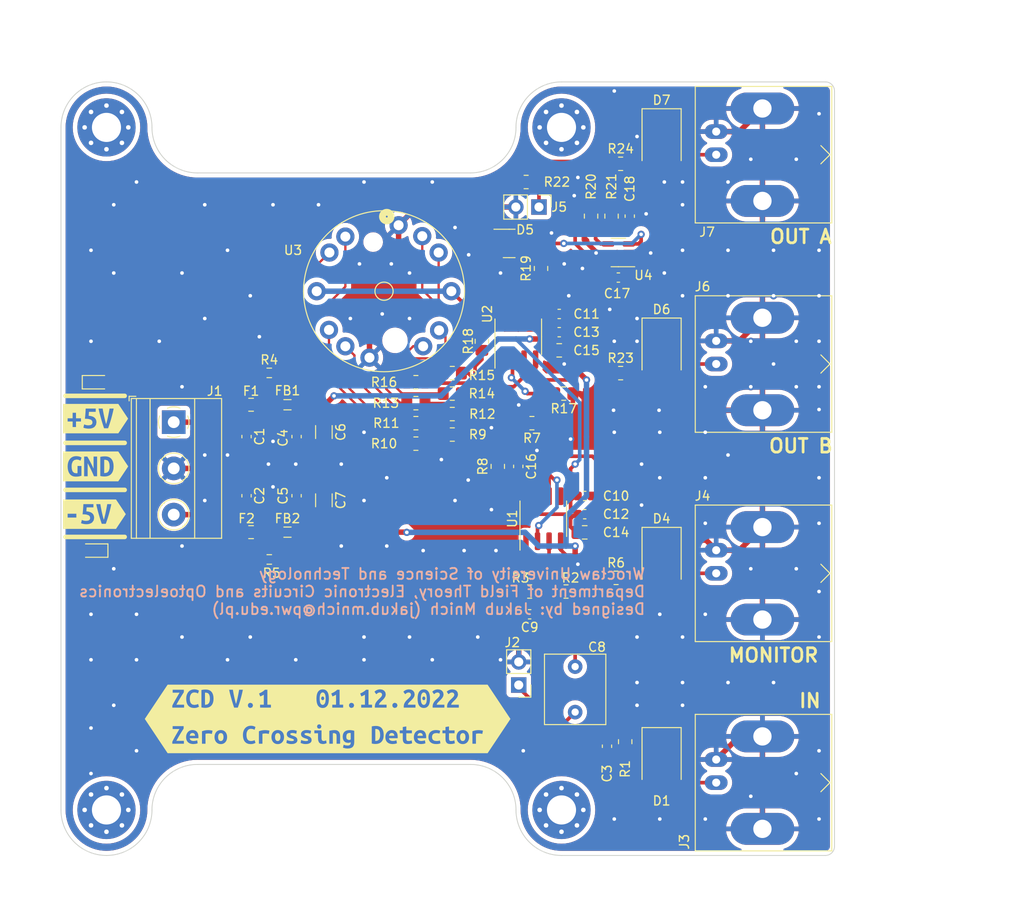
<source format=kicad_pcb>
(kicad_pcb (version 20211014) (generator pcbnew)
  (layers (0 "F.Cu" signal) (31 "B.Cu" signal) (34 "B.Paste" user) (35 "F.Paste" user) (36 "B.SilkS" user "B.Silkscreen") (37 "F.SilkS" user "F.Silkscreen") (38 "B.Mask" user) (39 "F.Mask" user) (44 "Edge.Cuts" user))
  (net 0 "")
  (net 1 "Net-(C1-Pad1)")
  (net 2 "GND")
  (net 3 "Net-(C2-Pad2)")
  (net 4 "Net-(C3-Pad1)")
  (net 5 "+5V")
  (net 6 "-5V")
  (net 7 "Net-(C8-Pad2)")
  (net 8 "Net-(C9-Pad1)")
  (net 9 "Net-(C16-Pad1)")
  (net 10 "Net-(C18-Pad1)")
  (net 11 "Net-(D2-Pad2)")
  (net 12 "Net-(D3-Pad1)")
  (net 13 "Net-(D4-Pad2)")
  (net 14 "Net-(D6-Pad2)")
  (net 15 "Net-(D7-Pad2)")
  (net 16 "Net-(F1-Pad2)")
  (net 17 "Net-(F2-Pad1)")
  (net 18 "Net-(J5-Pad1)")
  (net 19 "Net-(R6-Pad1)")
  (net 20 "Net-(R9-Pad2)")
  (net 22 "Net-(D5-Pad3)")
  (net 23 "Net-(U3-PadB)")
  (net 24 "Net-(U3-PadC)")
  (net 25 "Net-(U3-PadD)")
  (net 26 "Net-(U3-PadE)")
  (net 27 "Net-(U3-PadF)")
  (net 28 "Net-(R17-Pad2)")
  (net 29 "Net-(U3-PadG)")
  (net 30 "Net-(R22-Pad1)")
  (net 35 "Net-(U3-PadH)")
  (net 36 "Net-(R19-Pad1)")
  (footprint "Resistor_SMD:R_0805_2012Metric_Pad1.20x1.40mm_HandSolder" (layer "F.Cu") (at 140.7 87 180)
    (fp_text reference "R16")
    (fp_text value "10k 1%")
  )
  (footprint "Connector_Coaxial:BNC_Amphenol_B6252HB-NPP3G-50_Horizontal" (layer "F.Cu") (at 173.7 85 -90)
    (fp_text reference "J6")
    (fp_text value "BNC")
  )
  (footprint "MountingHole:MountingHole_3.2mm_M3_Pad_Via" (layer "F.Cu") (at 156.7 59)
    (fp_text reference "H4" hide)
    (fp_text value "Hole")
  )
  (footprint "Resistor_SMD:R_0805_2012Metric_Pad1.20x1.40mm_HandSolder" (layer "F.Cu") (at 144.7 90.5 180)
    (fp_text reference "R12")
    (fp_text value "1M 1%")
  )
  (footprint "Package_TO_SOT_SMD:SOT-23-5" (layer "F.Cu") (at 162.95 72.75 180)
    (fp_text reference "U4")
    (fp_text value "MAX999EUK+T")
  )
  (footprint "Fuse:Fuse_0805_2012Metric_Pad1.15x1.40mm_HandSolder" (layer "F.Cu") (at 122.59 103.475)
    (fp_text reference "F2")
    (fp_text value "250mA")
  )
  (footprint "Capacitor_SMD:C_0805_2012Metric" (layer "F.Cu") (at 159.25 103.5)
    (fp_text reference "C14")
    (fp_text value "10u 16V")
  )
  (footprint "Package_TO_SOT_SMD:SOT-23" (layer "F.Cu") (at 150.95 71.75)
    (fp_text reference "D5")
    (fp_text value "BAT54C")
  )
  (footprint "Resistor_SMD:R_0805_2012Metric_Pad1.20x1.40mm_HandSolder" (layer "F.Cu") (at 147.95 82.5 90)
    (fp_text reference "R18")
    (fp_text value "22M 1%")
  )
  (footprint "Resistor_SMD:R_0805_2012Metric_Pad1.20x1.40mm_HandSolder" (layer "F.Cu") (at 154.45 74.5 90)
    (fp_text reference "R19")
    (fp_text value "470R 1%")
  )
  (footprint "MountingHole:MountingHole_3.2mm_M3_Pad_Via" (layer "F.Cu") (at 106.7 134)
    (fp_text reference "H1" hide)
    (fp_text value "Hole")
  )
  (footprint "Capacitor_SMD:C_0603_1608Metric" (layer "F.Cu") (at 159.25 99.5)
    (fp_text reference "C10")
    (fp_text value "100n 16V")
  )
  (footprint "Capacitor_SMD:C_1206_3216Metric" (layer "F.Cu") (at 130.59 92.475 -90)
    (fp_text reference "C6")
    (fp_text value "47u 10V")
  )
  (footprint "MountingHole:MountingHole_3.2mm_M3_Pad_Via" (layer "F.Cu") (at 106.7 59)
    (fp_text reference "H3" hide)
    (fp_text value "Hole")
  )
  (footprint "Capacitor_SMD:C_1206_3216Metric" (layer "F.Cu") (at 130.59 99.975 -90)
    (fp_text reference "C7")
    (fp_text value "47u 10V")
  )
  (footprint "Resistor_SMD:R_0805_2012Metric_Pad1.20x1.40mm_HandSolder" (layer "F.Cu") (at 140.7 89.3)
    (fp_text reference "R13")
    (fp_text value "220k 1%")
  )
  (footprint "Connector_Coaxial:BNC_Amphenol_B6252HB-NPP3G-50_Horizontal" (layer "F.Cu") (at 173.7 108 -90)
    (fp_text reference "J4")
    (fp_text value "BNC")
  )
  (footprint "Capacitor_SMD:C_0603_1608Metric" (layer "F.Cu") (at 127.59 92.975 -90)
    (fp_text reference "C4")
    (fp_text value "100n 16V")
  )
  (footprint "Capacitor_SMD:C_0805_2012Metric" (layer "F.Cu") (at 156.45 83.5)
    (fp_text reference "C15")
    (fp_text value "10u 16V")
  )
  (footprint "Resistor_SMD:R_0805_2012Metric_Pad1.20x1.40mm_HandSolder" (layer "F.Cu") (at 156.95 88.25 180)
    (fp_text reference "R17")
    (fp_text value "100k 1%")
  )
  (footprint "Resistor_SMD:R_0805_2012Metric_Pad1.20x1.40mm_HandSolder" (layer "F.Cu") (at 157.2 110 180)
    (fp_text reference "R2")
    (fp_text value "470k 1%")
  )
  (footprint "Diode_SMD:D_SMB" (layer "F.Cu") (at 167.7 106.5 -90)
    (fp_text reference "D4")
    (fp_text value "TVS 30V")
  )
  (footprint "Capacitor_SMD:C_0603_1608Metric" (layer "F.Cu") (at 161.7 127 90)
    (fp_text reference "C3")
    (fp_text value "12p 50V")
  )
  (footprint "Diode_SMD:D_SMB" (layer "F.Cu") (at 167.7 83.5 -90)
    (fp_text reference "D6")
    (fp_text value "TVS 30V")
  )
  (footprint "Capacitor_THT:C_Rect_L7.5mm_W6.5mm_P5.00mm" (layer "F.Cu") (at 158.2 123.25 90)
    (fp_text reference "C8")
    (fp_text value "1uF MKP")
  )
  (footprint "Resistor_SMD:R_0805_2012Metric_Pad1.20x1.40mm_HandSolder" (layer "F.Cu") (at 163.7 126.5 90)
    (fp_text reference "R1")
    (fp_text value "1Meg 1%")
  )
  (footprint "Capacitor_SMD:C_0603_1608Metric" (layer "F.Cu") (at 164.2 68.75 90)
    (fp_text reference "C18")
    (fp_text value "1u 16V")
  )
  (footprint "Connector_PinHeader_2.54mm:PinHeader_1x02_P2.54mm_Vertical" (layer "F.Cu") (at 152 120.275 180)
    (fp_text reference "J2")
    (fp_text value "BCKUP_CON")
  )
  (footprint "Capacitor_SMD:C_0603_1608Metric" (layer "F.Cu") (at 127.59 99.475 -90)
    (fp_text reference "C5")
    (fp_text value "100n 16V")
  )
  (footprint "Resistor_SMD:R_0805_2012Metric_Pad1.20x1.40mm_HandSolder" (layer "F.Cu") (at 162.2 68.75 -90)
    (fp_text reference "R21")
    (fp_text value "10k 1%")
  )
  (footprint "Resistor_SMD:R_0603_1608Metric_Pad0.98x0.95mm_HandSolder" (layer "F.Cu") (at 124.59 85.975)
    (fp_text reference "R4")
    (fp_text value "10k 1%")
  )
  (footprint "Capacitor_SMD:C_0603_1608Metric" (layer "F.Cu") (at 159.25 101.5)
    (fp_text reference "C12")
    (fp_text value "1u 16V")
  )
  (footprint "Resistor_SMD:R_0805_2012Metric_Pad1.20x1.40mm_HandSolder" (layer "F.Cu") (at 144.7 88.25 180)
    (fp_text reference "R14")
    (fp_text value "100k 1%")
  )
  (footprint "Diode_SMD:D_SMB" (layer "F.Cu") (at 167.7 128.5 -90)
    (fp_text reference "D1")
    (fp_text value "TVS 30V")
  )
  (footprint "Package_SO:SOIC-8_3.9x4.9mm_P1.27mm" (layer "F.Cu") (at 151.95 82 90)
    (fp_text reference "U2")
    (fp_text value "AD8041")
  )
  (footprint "kibuzzard-63889DB6" (layer "F.Cu") (at 105.372523 101.5)
    (fp_text reference "kibuzzard-63889DB6" hide)
    (fp_text value "G***" hide)
  )
  (footprint "Resistor_SMD:R_0805_2012Metric_Pad1.20x1.40mm_HandSolder" (layer "F.Cu") (at 162.7 108.5)
    (fp_text reference "R6")
    (fp_text value "10R 1%")
  )
  (footprint "LED_SMD:LED_0603_1608Metric_Pad1.05x0.95mm_HandSolder" (layer "F.Cu") (at 105.2 105.5 180)
    (fp_text reference "D3" hide)
    (fp_text value "LED G")
  )
  (footprint "Capacitor_SMD:C_0603_1608Metric" (layer "F.Cu") (at 151.95 96.25 -90)
    (fp_text reference "C16")
    (fp_text value "DNP")
  )
  (footprint "Connector_Coaxial:BNC_Amphenol_B6252HB-NPP3G-50_Horizontal" (layer "F.Cu") (at 173.7 131 -90)
    (fp_text reference "J3")
    (fp_text value "BNC")
  )
  (footprint "kibuzzard-63889DAC" (layer "F.Cu") (at 105.5 91)
    (fp_text reference "kibuzzard-63889DAC" hide)
    (fp_text value "G***" hide)
  )
  (footprint "kibuzzard-63889DBE" (layer "F.Cu") (at 105.504656 96.25)
    (fp_text reference "kibuzzard-63889DBE" hide)
    (fp_text value "G***" hide)
  )
  (footprint "Resistor_SMD:R_0603_1608Metric_Pad0.98x0.95mm_HandSolder" (layer "F.Cu") (at 124.59 106.475)
    (fp_text reference "R5")
    (fp_text value "10k 1%")
  )
  (footprint "kibuzzard-63889D11" (layer "F.Cu") (at 131 124)
    (fp_text reference "kibuzzard-63889D11" hide)
    (fp_text value "G***" hide)
  )
  (footprint "Resistor_SMD:R_0805_2012Metric_Pad1.20x1.40mm_HandSolder" (layer "F.Cu") (at 153.45 91.5 180)
    (fp_text reference "R7")
    (fp_text value "1k 1%")
  )
  (footprint "Resistor_SMD:R_0805_2012Metric_Pad1.20x1.40mm_HandSolder" (layer "F.Cu") (at 159.95 68.75 90)
    (fp_text reference "R20")
    (fp_text value "470k 1%")
  )
  (footprint "Resistor_SMD:R_0805_2012Metric_Pad1.20x1.40mm_HandSolder" (layer "F.Cu") (at 152.815 65)
    (fp_text reference "R22")
    (fp_text value "10R 1%")
  )
  (footprint "Capacitor_SMD:C_0603_1608Metric" (layer "F.Cu") (at 156.45 79.5)
    (fp_text reference "C11")
    (fp_text value "100n 16V")
  )
  (footprint "Resistor_SMD:R_0805_2012Metric_Pad1.20x1.40mm_HandSolder" (layer "F.Cu") (at 140.7 93.75 180)
    (fp_text reference "R10")
    (fp_text value "10M 1%")
  )
  (footprint "Fuse:Fuse_0805_2012Metric_Pad1.15x1.40mm_HandSolder" (layer "F.Cu") (at 122.59 89.475 180)
    (fp_text reference "F1")
    (fp_text value "250mA")
  )
  (footprint "Inductor_SMD:L_0805_2012Metric" (layer "F.Cu") (at 126.59 89.475)
    (fp_text reference "FB1")
    (fp_text value "SZ2012K272TF")
  )
  (footprint "Capacitor_SMD:C_0603_1608Metric" (layer "F.Cu") (at 156.45 81.5)
    (fp_text reference "C13")
    (fp_text value "1u 16V")
  )
  (footprint "Capacitor_SMD:C_0603_1608Metric" (layer "F.Cu") (at 153.2 112.5 180)
    (fp_text reference "C9")
    (fp_text value "DNP")
  )
  (footprint "Diode_SMD:D_SMB" (layer "F.Cu") (at 167.7 60.5 -90)
    (fp_text reference "D7")
    (fp_text value "TVS 30V")
  )
  (footprint "Resistor_SMD:R_0805_2012Metric_Pad1.20x1.40mm_HandSolder" (layer "F.Cu") (at 140.7 91.5 180)
    (fp_text reference "R11")
    (fp_text value "2M2 1%")
  )
  (footprint "LED_SMD:LED_0603_1608Metric_Pad1.05x0.95mm_HandSolder" (layer "F.Cu") (at 105.7 87)
    (fp_text reference "D2" hide)
    (fp_text value "LED G")
  )
  (footprint "Connector_Coaxial:BNC_Amphenol_B6252HB-NPP3G-50_Horizontal" (layer "F.Cu") (at 173.7 62 -90)
    (fp_text reference "J7")
    (fp_text value "BNC")
  )
  (footprint "Connector_PinHeader_2.54mm:PinHeader_1x02_P2.54mm_Vertical" (layer "F.Cu") (at 154.225 67.75 -90)
    (fp_text reference "J5")
    (fp_text value "BCKUP_CON")
  )
  (footprint "Capacitor_SMD:C_0603_1608Metric" (layer "F.Cu") (at 122.09 99.475 -90)
    (fp_text reference "C2")
    (fp_text value "100n 16V")
  )
  (footprint "Resistor_SMD:R_0805_2012Metric_Pad1.20x1.40mm_HandSolder" (layer "F.Cu") (at 144.7 86 180)
    (fp_text reference "R15")
    (fp_text value "20k 1%")
  )
  (footprint "Capacitor_SMD:C_0603_1608Metric" (layer "F.Cu") (at 162.95 75.5)
    (fp_text reference "C17")
    (fp_text value "100n 16V")
  )
  (footprint "Resistor_SMD:R_0805_2012Metric_Pad1.20x1.40mm_HandSolder" (layer "F.Cu") (at 163.2 63)
    (fp_text reference "R24")
    (fp_text value "10R 1%")
  )
  (footprint "MountingHole:MountingHole_3.2mm_M3_Pad_Via" (layer "F.Cu") (at 156.7 134)
    (fp_text reference "H2" hide)
    (fp_text value "Hole")
  )
  (footprint "Resistor_SMD:R_0805_2012Metric_Pad1.20x1.40mm_HandSolder" (layer "F.Cu") (at 153.2 110 180)
    (fp_text reference "R3")
    (fp_text value "300k 1%")
  )
  (footprint "Capacitor_SMD:C_0603_1608Metric" (layer "F.Cu") (at 122.09 92.975 -90)
    (fp_text reference "C1")
    (fp_text value "100n 16V")
  )
  (footprint "Resistor_SMD:R_0805_2012Metric_Pad1.20x1.40mm_HandSolder" (layer "F.Cu") (at 144.7 92.75 180)
    (fp_text reference "R9")
    (fp_text value "DNP")
  )
  (footprint "TerminalBlock_Phoenix:TerminalBlock_Phoenix_MKDS-1,5-3-5.08_1x03_P5.08mm_Horizontal" (layer "F.Cu") (at 114.09 91.39 -90)
    (fp_text reference "J1")
    (fp_text value "POWER")
  )
  (footprint "RKJXL100401V:RKJXL100401V" (layer "F.Cu") (at 137.2 77)
    (fp_text reference "U3")
    (fp_text value "RKJXL100401V")
  )
  (footprint "Package_SO:SOIC-8_3.9x4.9mm_P1.27mm" (layer "F.Cu") (at 154.7 102 90)
    (fp_text reference "U1")
    (fp_text value "AD8041")
  )
  (footprint "Inductor_SMD:L_0805_2012Metric" (layer "F.Cu") (at 126.59 103.475)
    (fp_text reference "FB2")
    (fp_text value "SZ2012K272TF")
  )
  (footprint "Resistor_SMD:R_0805_2012Metric_Pad1.20x1.40mm_HandSolder" (layer "F.Cu") (at 163.2 86)
    (fp_text reference "R23")
    (fp_text value "10R 1%")
  )
  (footprint "Resistor_SMD:R_0805_2012Metric_Pad1.20x1.40mm_HandSolder" (layer "F.Cu") (at 149.7 96.25 90)
    (fp_text reference "R8")
    (fp_text value "220k 1%")
  )
  (gr_line (start 102.2 93.666666) (end 108.7 93.666666) (layer "F.SilkS") (width 0.5))
  (gr_line (start 102.2 88.5) (end 108.7 88.5) (layer "F.SilkS") (width 0.5))
  (gr_line (start 102.2 104) (end 108.7 104) (layer "F.SilkS") (width 0.5))
  (gr_line (start 102.2 98.833332) (end 108.7 98.833332) (layer "F.SilkS") (width 0.5))
  (gr_arc (start 185.7 54) (mid 186.407107 54.292893) (end 186.7 55) (layer "Edge.Cuts") (width 0.1))
  (gr_arc (start 106.7 139) (mid 103.164466 137.535534) (end 101.7 134) (layer "Edge.Cuts") (width 0.1))
  (gr_arc (start 151.7 59) (mid 153.164466 55.464466) (end 156.7 54) (layer "Edge.Cuts") (width 0.1))
  (gr_arc (start 156.7 139) (mid 153.164466 137.535534) (end 151.7 134) (layer "Edge.Cuts") (width 0.1))
  (gr_arc (start 106.7 54) (mid 110.235534 55.464466) (end 111.7 59) (layer "Edge.Cuts") (width 0.1))
  (gr_arc (start 101.7 59) (mid 103.164466 55.464466) (end 106.7 54) (layer "Edge.Cuts") (width 0.1))
  (gr_line (start 156.7 54) (end 185.7 54) (layer "Edge.Cuts") (width 0.1))
  (gr_arc (start 146.7 129) (mid 150.235534 130.464466) (end 151.7 134) (layer "Edge.Cuts") (width 0.1))
  (gr_line (start 146.7 64) (end 116.7 64) (layer "Edge.Cuts") (width 0.1))
  (gr_line (start 186.7 55) (end 186.7 138) (layer "Edge.Cuts") (width 0.1))
  (gr_arc (start 111.7 134) (mid 113.164466 130.464466) (end 116.7 129) (layer "Edge.Cuts") (width 0.1))
  (gr_arc (start 111.7 134) (mid 110.235534 137.535534) (end 106.7 139) (layer "Edge.Cuts") (width 0.1))
  (gr_arc (start 116.7 64) (mid 113.164466 62.535534) (end 111.7 59) (layer "Edge.Cuts") (width 0.1))
  (gr_line (start 101.7 59) (end 101.7 134) (layer "Edge.Cuts") (width 0.1))
  (gr_arc (start 151.7 59) (mid 150.235534 62.535534) (end 146.7 64) (layer "Edge.Cuts") (width 0.1))
  (gr_line (start 116.7 129) (end 146.7 129) (layer "Edge.Cuts") (width 0.1))
  (gr_line (start 156.7 139) (end 185.7 139) (layer "Edge.Cuts") (width 0.1))
  (gr_arc (start 186.7 138) (mid 186.407107 138.707107) (end 185.7 139) (layer "Edge.Cuts") (width 0.1))
  (gr_text "Wrocław University of Science and Technology \nDepartment of Field Theory, Electronic Circuits and Optoelectronics\nDesigned by: Jakub Mnich (jakub.mnich@pwr.edu.pl)\n" (at 166 110) (layer "B.SilkS") (effects (font (size 1.2 1.2) (thickness 0.2)) (justify left mirror)))
  (gr_text "OUT A" (at 183 71) (layer "F.SilkS") (effects (font (size 1.5 1.5) (thickness 0.3))))
  (gr_text "MONITOR" (at 180 117) (layer "F.SilkS") (effects (font (size 1.5 1.5) (thickness 0.3))))
  (gr_text "OUT B" (at 183 94) (layer "F.SilkS") (effects (font (size 1.5 1.5) (thickness 0.3))))
  (gr_text "IN" (at 184 122) (layer "F.SilkS") (effects (font (size 1.5 1.5) (thickness 0.3))))
  (segment (start 123.615 89.475) (end 124.725 89.475) (width 0.6) (layer "F.Cu") (net 1))
  (segment (start 122.7 91) (end 123.95 91) (width 0.6) (layer "F.Cu") (net 1))
  (segment (start 124.7 90.25) (end 124.7 89.5) (width 0.6) (layer "F.Cu") (net 1))
  (segment (start 124.725 89.475) (end 125.5275 89.475) (width 0.6) (layer "F.Cu") (net 1))
  (segment (start 122.09 91.61) (end 122.7 91) (width 0.6) (layer "F.Cu") (net 1))
  (segment (start 123.95 91) (end 124.7 90.25) (width 0.6) (layer "F.Cu") (net 1))
  (segment (start 122.09 92.2) (end 122.09 91.61) (width 0.6) (layer "F.Cu") (net 1))
  (segment (start 164.2 123.75) (end 163.2 123.75) (width 0.6) (layer "F.Cu") (net 2))
  (segment (start 156.2 69.75) (end 151.45 69.75) (width 0.4) (layer "F.Cu") (net 2))
  (segment (start 130.59 97.39) (end 130.59 98.5) (width 0.6) (layer "F.Cu") (net 2))
  (segment (start 104.825 87.875) (end 105.45 88.5) (width 0.4) (layer "F.Cu") (net 2))
  (segment (start 104.325 105.5) (end 104.325 104.875) (width 0.4) (layer "F.Cu") (net 2))
  (segment (start 178.78 67.08) (end 178.78 79.92) (width 0.6) (layer "F.Cu") (net 2))
  (segment (start 169.55 58.35) (end 167.7 58.35) (width 0.4) (layer "F.Cu") (net 2))
  (segment (start 173.7 82.46) (end 176.24 82.46) (width 0.6) (layer "F.Cu") (net 2))
  (segment (start 178.78 125.92) (end 176.24 125.92) (width 0.6) (layer "F.Cu") (net 2))
  (segment (start 121.95 95.25) (end 122.45 95.25) (width 0.6) (layer "F.Cu") (net 2))
  (segment (start 122.95 97) (end 127.7 97) (width 0.6) (layer "F.Cu") (net 2))
  (segment (start 150.95 112) (end 150.95 112.55) (width 0.4) (layer "F.Cu") (net 2))
  (segment (start 173.7 59.46) (end 170.66 59.46) (width 0.4) (layer "F.Cu") (net 2))
  (segment (start 170.66 59.46) (end 169.55 58.35) (width 0.4) (layer "F.Cu") (net 2))
  (segment (start 104.95 104.25) (end 108.7 104.25) (width 0.4) (layer "F.Cu") (net 2))
  (segment (start 151.7 62.75) (end 159.45 62.75) (width 0.4) (layer "F.Cu") (net 2))
  (segment (start 161.7 124.5) (end 162.45 123.75) (width 0.6) (layer "F.Cu") (net 2))
  (segment (start 130.2 97) (end 130.59 97.39) (width 0.6) (layer "F.Cu") (net 2))
  (segment (start 165.95 66.5) (end 166.95 67.5) (width 0.4) (layer "F.Cu") (net 2))
  (segment (start 148.95 98.75) (end 151.2 98.75) (width 0.6) (layer "F.Cu") (net 2))
  (segment (start 163.95 66.5) (end 165.95 66.5) (width 0.4) (layer "F.Cu") (net 2))
  (segment (start 155.5 118.9) (end 155.5 117.8) (width 0.6) (layer "F.Cu") (net 2))
  (segment (start 122.09 93.75) (end 122.09 94.89) (width 0.6) (layer "F.Cu") (net 2))
  (segment (start 178.78 90.08) (end 178.78 102.92) (width 0.6) (layer "F.Cu") (net 2))
  (segment (start 159.2 91.75) (end 159.2 88.75) (width 0.6) (layer "F.Cu") (net 2))
  (segment (start 149.45 67.75) (end 149.45 65) (width 0.4) (layer "F.Cu") (net 2))
  (segment (start 152.2 111.5) (end 152.2 110) (width 0.4) (layer "F.Cu") (net 2))
  (segment (start 159.2 91.75) (end 160.87 90.08) (width 0.6) (layer "F.Cu") (net 2))
  (segment (start 176.24 82.46) (end 178.78 79.92) (width 0.6) (layer "F.Cu") (net 2))
  (segment (start 150.95 112.55) (end 150.6 112.9) (width 0.4) (layer "F.Cu") (net 2))
  (segment (start 111.2 101.75) (end 111.2 99.36) (width 0.4) (layer "F.Cu") (net 2))
  (segment (start 145.95 98.75) (end 148.95 98.75) (width 0.6) (layer "F.Cu") (net 2))
  (segment (start 163.7 124.25) (end 164.2 123.75) (width 0.6) (layer "F.Cu") (net 2))
  (segment (start 120.73 96.47) (end 122.42 96.47) (width 0.6) (layer "F.Cu") (net 2))
  (segment (start 149.95 67.75) (end 151.685 67.75) (width 0.4) (layer "F.Cu") (net 2))
  (segment (start 130.59 94.86) (end 130.59 93.95) (width 0.6) (layer "F.Cu") (net 2))
  (segment (start 127.59 93.75) (end 127.59 94.89) (width 0.6) (layer "F.Cu") (net 2))
  (segment (start 161.05 120.1) (end 156.7 120.1) (width 0.6) (layer "F.Cu") (net 2))
  (segment (start 122.09 97.86) (end 122.95 97) (width 0.6) (layer "F.Cu") (net 2))
  (segment (start 127.59 94.89) (end 127.95 95.25) (width 0.6) (layer "F.Cu") (net 2))
  (segment (start 166.95 67.5) (end 166.95 71.5) (width 0.4) (layer "F.Cu") (net 2))
  (segment (start 160.87 90.08) (end 162.42 90.08) (width 0.6) (layer "F.Cu") (net 2))
  (segment (start 158.7 88.25) (end 157.95 88.25) (width 0.6) (layer "F.Cu") (net 2))
  (segment (start 134.7 97) (end 130.2 97) (width 0.6) (layer "F.Cu") (net 2))
  (segment (start 138.8 69.75) (end 140.8 67.75) (width 0.6) (layer "F.Cu") (net 2))
  (segment (start 136.075 98.375) (end 136.45 98.75) (width 0.6) (layer "F.Cu") (net 2))
  (segment (start 122.42 96.47) (end 122.95 97) (width 0.6) (layer "F.Cu") (net 2))
  (segment (start 159.2 88.75) (end 158.7 88.25) (width 0.6) (layer "F.Cu") (net 2))
  (segment (start 136.075 98.375) (end 134.7 97) (width 0.6) (layer "F.Cu") (net 2))
  (segment (start 176.24 125.92) (end 174.93 127.23) (width 0.6) (layer "F.Cu") (net 2))
  (segment (start 176.24 59.46) (end 178.78 56.92) (width 0.6) (layer "F.Cu") (net 2))
  (segment (start 162.2 67) (end 162.7 66.5) (width 0.4) (layer "F.Cu") (net 2))
  (segment (start 127.59 97.11) (end 127.7 97) (width 0.6) (layer "F.Cu") (net 2))
  (segment (start 146.45 98.25) (end 146.45 97.75) (width 0.6) (layer "F.Cu") (net 2))
  (segment (start 156.7 69.25) (end 156.2 69.75) (width 0.4) (layer "F.Cu") (net 2))
  (segment (start 161.7 126.225) (end 161.7 124.5) (width 0.6) (layer "F.Cu") (net 2))
  (segment (start 152.45 114.75) (end 150.6 112.9) (width 0.6) (layer "F.Cu") (net 2))
  (segment (start 149.45 67.75) (end 151.685 67.75) (width 0.6) (layer "F.Cu") (net 2))
  (segment (start 159.45 62.75) (end 163.85 58.35) (width 0.4) (layer "F.Cu") (net 2))
  (segment (start 151.45 69.75) (end 149.45 67.75) (width 0.4) (layer "F.Cu") (net 2))
  (segment (start 152.425 111.725) (end 152.2 111.5) (width 0.4) (layer "F.Cu") (net 2))
  (segment (start 151.45 111.5) (end 152.2 111.5) (width 0.4) (layer "F.Cu") (net 2))
  (segment (start 127.95 95.25) (end 130.2 95.25) (width 0.6) (layer "F.Cu") (net 2))
  (segment (start 174.93 127.23) (end 174.05 126.35) (width 0.6) (layer "F.Cu") (net 2))
  (segment (start 167.7 126.35) (end 166.8 126.35) (width 0.6) (layer "F.Cu") (net 2))
  (segment (start 122.45 95.25) (end 127.95 95.25) (width 0.6) (layer "F.Cu") (net 2))
  (segment (start 111.2 93.58) (end 114.09 96.47) (width 0.4) (layer "F.Cu") (net 2))
  (segment (start 164.2 66.75) (end 164.2 67.975) (width 0.4) (layer "F.Cu") (net 2))
  (segment (start 104.325 104.875) (end 104.95 104.25) (width 0.4) (layer "F.Cu") (net 2))
  (segment (start 163.85 58.35) (end 167.7 58.35) (width 0.4) (layer "F.Cu") (net 2))
  (segment (start 163.7 125.5) (end 163.7 124.25) (width 0.6) (layer "F.Cu") (net 2))
  (segment (start 174.05 126.35) (end 167.7 126.35) (width 0.6) (layer "F.Cu") (net 2))
  (segment (start 122.09 98.7) (end 122.09 97.86) (width 0.6) (layer "F.Cu") (net 2))
  (segment (start 130.2 95.25) (end 130.59 94.86) (width 0.6) (layer "F.Cu") (net 2))
  (segment (start 178.78 102.92) (end 178.78 113.08) (width 0.6) (layer "F.Cu") (net 2))
  (segment (start 149.7 98) (end 148.95 98.75) (width 0.6) (layer "F.Cu") (net 2))
  (segment (start 148.9 72.7) (end 148.45 72.25) (width 0.4) (layer "F.Cu") (net 2))
  (segment (start 157.45 66.5) (end 156.7 67.25) (width 0.4) (layer "F.Cu") (net 2))
  (segment (start 109.95 88.5) (end 111.2 89.75) (width 0.4) (layer "F.Cu") (net 2))
  (segment (start 152 115.2) (end 152.45 114.75) (width 0.6) (layer "F.Cu") (net 2))
  (segment (start 114.09 96.47) (end 120.73 96.47) (width 0.6) (layer "F.Cu") (net 2))
  (segment (start 156.7 120.1) (end 155.5 118.9) (width 0.6) (layer "F.Cu") (net 2))
  (segment (start 173.7 105.46) (end 176.24 105.46) (width 0.6) (layer "F.Cu") (net 2))
  (segment (start 148.45 71.5) (end 148.45 69.25) (width 0.4) (layer "F.Cu") (net 2))
  (segment (start 108.7 104.25) (end 111.2 101.75) (width 0.4) (layer "F.Cu") (net 2))
  (segment (start 111.2 89.75) (end 111.2 93.58) (width 0.4) (layer "F.Cu") (net 2))
  (segment (start 136.45 98.75) (end 145.95 98.75) (width 0.6) (layer "F.Cu") (net 2))
  (segment (start 163.45 72.75) (end 162.95 73.25) (width 0.4) (layer "F.Cu") (net 2))
  (segment (start 178.78 79.92) (end 178.78 90.08) (width 0.6) (layer "F.Cu") (net 2))
  (segment (start 172.59 104.35) (end 173.7 105.46) (width 0.6) (layer "F.Cu") (net 2))
  (segment (start 111.2 99.36) (end 114.09 96.47) (width 0.4) (layer "F.Cu") (net 2))
  (segment (start 149.45 65) (end 151.7 62.75) (width 0.4) (layer "F.Cu") (net 2))
  (segment (start 150.95 112) (end 151.45 111.5) (width 0.4) (layer "F.Cu") (net 2))
  (segment (start 104.825 87) (end 104.825 87.875) (width 0.4) (layer "F.Cu") (net 2))
  (segment (start 162.2 67.75) (end 162.2 67) (width 0.4) (layer "F.Cu") (net 2))
  (segment (start 166.8 126.35) (end 164.2 123.75) (width 0.6) (layer "F.Cu") (net 2))
  (segment (start 173.7 82.46) (end 171.91 82.46) (width 0.4) (layer "F.Cu") (net 2))
  (segment (start 157.7 93.25) (end 159.2 91.75) (width 0.6) (layer "F.Cu") (net 2))
  (segment (start 150.6 112.9) (end 136.075 98.375) (width 0.6) (layer "F.Cu") (net 2))
  (segment (start 163.95 66.5) (end 164.2 66.75) (width 0.4) (layer "F.Cu") (net 2))
  (segment (start 162.42 90.08) (end 167.42 90.08) (width 0.6) (layer "F.Cu") (net 2))
  (segment (start 122.09 94.89) (end 122.45 95.25) (width 0.6) (layer "F.Cu") (net 2))
  (segment (start 162.95 74.725) (end 163.725 75.5) (width 0.4) (layer "F.Cu") (net 2))
  (segment (start 148.45 69.25) (end 149.95 67.75) (width 0.4) (layer "F.Cu") (net 2))
  (segment (start 167.7 104.35) (end 172.59 104.35) (width 0.6) (layer "F.Cu") (net 2))
  (segment (start 162.95 73.25) (end 162.95 74.725) (width 0.4) (layer "F.Cu") (net 2))
  (segment (start 170.8 81.35) (end 167.7 81.35) (width 0.4) (layer "F.Cu") (net 2))
  (segment (start 163.2 122.25) (end 161.05 120.1) (width 0.6) (layer "F.Cu") (net 2))
  (segment (start 171.91 82.46) (end 170.8 81.35) (width 0.4) (layer "F.Cu") (net 2))
  (segment (start 167.42 90.08) (end 178.78 90.08) (width 0.6) (layer "F.Cu") (net 2))
  (segment (start 178.78 125.92) (end 178.78 136.08) (width 0.6) (layer "F.Cu") (net 2))
  (segment (start 135.6 84.3) (end 135.6 74.85) (width 0.6) (layer "F.Cu") (net 2))
  (segment (start 150.0125 72.7) (end 148.9 72.7) (width 0.4) (layer "F.Cu") (net 2))
  (segment (start 163.2 123.75) (end 162.45 123.75) (width 0.6) (layer "F.Cu") (net 2))
  (segment (start 127.59 98.7) (end 127.59 97.11) (width 0.6) (layer "F.Cu") (net 2))
  (segment (start 138.8 71.65) (end 138.8 69.75) (width 0.6) (layer "F.Cu") (net 2))
  (segment (start 105.45 88.5) (end 109.95 88.5) (width 0.4) (layer "F.Cu") (net 2))
  (segment (start 174.93 127.23) (end 173.7 128.46) (width 0.6) (layer "F.Cu") (net 2))
  (segment (start 151.95 98) (end 151.95 97.025) (width 0.6) (layer "F.Cu") (net 2))
  (segment (start 156.7 67.25) (end 156.7 69.25) (width 0.4) (layer "F.Cu") (net 2))
  (segment (start 176.24 105.46) (end 178.78 102.92) (width 0.6) (layer "F.Cu") (net 2))
  (segment (start 164.0875 72.75) (end 163.45 72.75) (width 0.4) (layer "F.Cu") (net 2))
  (segment (start 173.7 59.46) (end 176.24 59.46) (width 0.6) (layer "F.Cu") (net 2))
  (segment (start 166.95 71.5) (end 165.7 72.75) (width 0.4) (layer "F.Cu") (net 2))
  (segment (start 162.7 66.5) (end 163.95 66.5) (width 0.4) (layer "F.Cu") (net 2))
  (segment (start 163.2 123.75) (end 163.2 122.25) (width 0.6) (layer "F.Cu") (net 2))
  (segment (start 127.7 97) (end 130.2 97) (width 0.6) (layer "F.Cu") (net 2))
  (segment (start 135.6 74.85) (end 138.8 71.65) (width 0.6) (layer "F.Cu") (net 2))
  (segment (start 152 117.735) (end 152 115.2) (width 0.6) (layer "F.Cu") (net 2))
  (segment (start 165.7 72.75) (end 164.0875 72.75) (width 0.4) (layer "F.Cu") (net 2))
  (segment (start 178.78 56.92) (end 178.78 67.08) (width 0.6) (layer "F.Cu") (net 2))
  (segment (start 145.95 98.75) (end 146.45 98.25) (width 0.6) (layer "F.Cu") (net 2))
  (segment (start 155.5 117.8) (end 152.45 114.75) (width 0.6) (layer "F.Cu") (net 2))
  (segment (start 151.2 98.75) (end 151.95 98) (width 0.6) (layer "F.Cu") (net 2))
  (segment (start 120.73 96.47) (end 121.95 95.25) (width 0.6) (layer "F.Cu") (net 2))
  (segment (start 148.45 72.25) (end 148.45 71.5) (width 0.4) (layer "F.Cu") (net 2))
  (segment (start 158.1 66.5) (end 157.45 66.5) (width 0.4) (layer "F.Cu") (net 2))
  (segment (start 152.425 112.5) (end 152.425 111.725) (width 0.4) (layer "F.Cu") (net 2))
  (segment (start 162.7 66.5) (end 158.1 66.5) (width 0.4) (layer "F.Cu") (net 2))
  (segment (start 140.8 67.75) (end 149.45 67.75) (width 0.6) (layer "F.Cu") (net 2))
  (segment (start 149.7 97.25) (end 149.7 98) (width 0.6) (layer "F.Cu") (net 2))
  (via (at 172.5 135) (size 0.8) (drill 0.4) (layers "F.Cu" "B.Cu") (net 2))
  (via (at 170 77.5) (size 0.8) (drill 0.4) (layers "F.Cu" "B.Cu") (net 2))
  (via (at 120 72.5) (size 0.8) (drill 0.4) (layers "F.Cu" "B.Cu") (net 2))
  (via (at 180 72.5) (size 0.8) (drill 0.4) (layers "F.Cu" "B.Cu") (net 2))
  (via (at 135 100) (size 0.8) (drill 0.4) (layers "F.Cu" "B.Cu") (net 2))
  (via (at 143.5 95.5) (size 0.8) (drill 0.4) (layers "F.Cu" "B.Cu") (net 2))
  (via (at 162.5 55) (size 0.8) (drill 0.4) (layers "F.Cu" "B.Cu") (net 2))
  (via (at 185 82.5) (size 0.8) (drill 0.4) (layers "F.Cu" "B.Cu") (net 2))
  (via (at 110 127.5) (size 0.8) (drill 0.4) (layers "F.Cu" "B.Cu") (net 2))
  (via (at 182.5 87.5) (size 0.8) (drill 0.4) (layers "F.Cu" "B.Cu") (net 2))
  (via (at 115 87.5) (size 0.8) (drill 0.4) (layers "F.Cu" "B.Cu") (net 2))
  (via (at 165 120) (size 0.8) (drill 0.4) (layers "F.Cu" "B.Cu") (net 2))
  (via (at 122.5 115) (size 0.8) (drill 0.4) (layers "F.Cu" "B.Cu") (net 2))
  (via (at 105 112.5) (size 0.8) (drill 0.4) (layers "F.Cu" "B.Cu") (net 2))
  (via (at 140 80) (size 0.8) (drill 0.4) (layers "F.Cu" "B.Cu") (net 2))
  (via (at 162.5 82.5) (size 0.8) (drill 0.4) (layers "F.Cu" "B.Cu") (net 2))
  (via (at 145 70) (size 0.8) (drill 0.4) (layers "F.Cu" "B.Cu") (net 2))
  (via (at 185 127.5) (size 0.8) (drill 0.4) (layers "F.Cu" "B.Cu") (net 2))
  (via (at 177.5 107.5) (size 0.8) (drill 0.4) (layers "F.Cu" "B.Cu") (net 2))
  (via (at 180 120) (size 0.8) (drill 0.4) (layers "F.Cu" "B.Cu") (net 2))
  (via (at 159 74.5) (size 0.8) (drill 0.4) (layers "F.Cu" "B.Cu") (net 2))
  (via (at 132.5 105) (size 0.8) (drill 0.4) (layers "F.Cu" "B.Cu") (net 2))
  (via (at 150 117.5) (size 0.8) (drill 0.4) (layers "F.Cu" "B.Cu") (net 2))
  (via (at 157 74) (size 0.8) (drill 0.4) (layers "F.Cu" "B.Cu") (net 2))
  (via (at 124.5 96) (size 0.8) (drill 0.4) (layers "F.Cu" "B.Cu") (net 2))
  (via (at 145 100) (size 0.8) (drill 0.4) (layers "F.Cu" "B.Cu") (net 2))
  (via (at 149.5 105.5) (size 0.8) (drill 0.4) (layers "F.Cu" "B.Cu") (net 2))
  (via (at 117.5 100) (size 0.8) (drill 0.4) (layers "F.Cu" "B.Cu") (net 2))
  (via (at 177.5 82.5) (size 0.8) (drill 0.4) (layers "F.Cu" "B.Cu") (net 2))
  (via (at 149 101) (size 0.8) (drill 0.4) (layers "F.Cu" "B.Cu") (net 2))
  (via (at 125 93.5) (size 0.8) (drill 0.4) (layers "F.Cu" "B.Cu") (net 2))
  (via (at 158.1 66.5) (size 0.8) (drill 0.4) (layers "F.Cu" "B.Cu") (net 2))
  (via (at 107.5 75) (size 0.8) (drill 0.4) (layers "F.Cu" "B.Cu") (net 2))
  (via (at 142.5 117.5) (size 0.8) (drill 0.4) (layers "F.Cu" "B.Cu") (net 2))
  (via (at 150 75) (size 0.8) (drill 0.4) (layers "F.Cu" "B.Cu") (net 2))
  (via (at 166.5 72.8) (size 0.8) (drill 0.4) (layers "F.Cu" "B.Cu") (net 2))
  (via (at 141.5 105.5) (size 0.8) (drill 0.4) (layers "F.Cu" "B.Cu") (net 2))
  (via (at 167.5 112.5) (size 0.8) (drill 0.4) (layers "F.Cu" "B.Cu") (net 2))
  (via (at 120 117.5) (size 0.8) (drill 0.4) (layers "F.Cu" "B.Cu") (net 2))
  (via (at 157.7 93.25) (size 0.8) (drill 0.4) (layers "F.Cu" "B.Cu") (net 2))
  (via (at 110 117.5) (size 0.8) (drill 0.4) (layers "F.Cu" "B.Cu") (net 2))
  (via (at 182.5 62.5) (size 0.8) (drill 0.4) (layers "F.Cu" "B.Cu") (net 2))
  (via (at 134.5 74) (size 0.8) (drill 0.4) (layers "F.Cu" "B.Cu") (net 2))
  (via (at 175 77.5) (size 0.8) (drill 0.4) (layers "F.Cu" "B.Cu") (net 2))
  (via (at 165 122.5) (size 0.8) (drill 0.4) (layers "F.Cu" "B.Cu") (net 2))
  (via (at 185 97.5) (size 0.8) (drill 0.4) (layers "F.Cu" "B.Cu") (net 2))
  (via (at 107.5 67.5) (size 0.8) (drill 0.4) (layers "F.Cu" "B.Cu") (net 2))
  (via (at 167.42 90.08) (size 0.8) (drill 0.4) (layers "F.Cu" "B.Cu") (net 2))
  (via (at 146 105.5) (size 0.8) (drill 0.4) (layers "F.Cu" "B.Cu") (net 2))
  (via (at 177.5 87.5) (size 0.8) (drill 0.4) (layers "F.Cu" "B.Cu") (net 2))
  (via (at 182.5 130) (size 0.8) (drill 0.4) (layers "F.Cu" "B.Cu") (net 2))
  (via (at 180 85) (size 0.8) (drill 0.4) (layers "F.Cu" "B.Cu") (net 2))
  (via (at 170 72.5) (size 0.8) (drill 0.4) (layers "F.Cu" "B.Cu") (net 2))
  (via (at 107.5 107.5) (size 0.8) (drill 0.4) (layers "F.Cu" "B.Cu") (net 2))
  (via (at 177.5 132.5) (size 0.8) (drill 0.4) (layers "F.Cu" "B.Cu") (net 2))
  (via (at 162 79) (size 0.8) (drill 0.4) (layers "F.Cu" "B.Cu") (net 2))
  (via (at 165.5 96) (size 0.8) (drill 0.4) (layers "F.Cu" "B.Cu") (net 2))
  (via (at 182.5 82.5) (size 0.8) (drill 0.4) (layers "F.Cu" "B.Cu") (net 2))
  (via (at 157.5 77.5) (size 0.8) (drill 0.4) (layers "F.Cu" "B.Cu") (net 2))
  (via (at 170 120) (size 0.8) (drill 0.4) (layers "F.Cu" "B.Cu") (net 2))
  (via (at 185 72.5) (size 0.8) (drill 0.4) (layers "F.Cu" "B.Cu") (net 2))
  (via (at 170 122.5) (size 0.8) (drill 0.4) (layers "F.Cu" "B.Cu") (net 2))
  (via (at 185 115) (size 0.8) (drill 0.4) (layers "F.Cu" "B.Cu") (net 2))
  (via (at 162.5 135) (size 0.8) (drill 0.4) (layers "F.Cu" "B.Cu") (net 2))
  (via (at 166 68.5) (size 0.8) (drill 0.4) (layers "F.Cu" "B.Cu") (net 2))
  (via (at 165 60) (size 0.8) (drill 0.4) (layers "F.Cu" "B.Cu") (net 2))
  (via (at 115 75) (size 0.8) (drill 0.4) (layers "F.Cu" "B.Cu") (net 2))
  (via (at 110 65) (size 0.8) (drill 0.4) (layers "F.Cu" "B.Cu") (net 2))
  (via (at 120 95) (size 0.8) (drill 0.4) (layers "F.Cu" "B.Cu") (net 2))
  (via (at 182.5 107.5) (size 0.8) (drill 0.4) (layers "F.Cu" "B.Cu") (net 2))
  (via (at 135 115) (size 0.8) (drill 0.4) (layers "F.Cu" "B.Cu") (net 2))
  (via (at 105 72.5) (size 0.8) (drill 0.4) (layers "F.Cu" "B.Cu") (net 2))
  (via (at 125 67.5) (size 0.8) (drill 0.4) (layers "F.Cu" "B.Cu") (net 2))
  (via (at 185 87.5) (size 0.8) (drill 0.4) (layers "F.Cu" "B.Cu") (net 2))
  (via (at 105 117.5) (size 0.8) (drill 0.4) (layers "F.Cu" "B.Cu") (net 2))
  (via (at 146.5 73) (size 0.8) (drill 0.4) (layers "F.Cu" "B.Cu") (net 2))
  (via (at 167.5 92.5) (size 0.8) (drill 0.4) (layers "F.Cu" "B.Cu") (net 2))
  (via (at 185 110) (size 0.8) (drill 0.4) (layers "F.Cu" "B.Cu") (net 2))
  (via (at 160.5 72.8) (size 0.8) (drill 0.4) (layers "F.Cu" "B.Cu") (net 2))
  (via (at 130 67.5) (size 0.8) (drill 0.4) (layers "F.Cu" "B.Cu") (net 2))
  (via (at 112.5 82.5) (size 0.8) (drill 0.4) (layers "F.Cu" "B.Cu") (net 2))
  (via (at 185 77.5) (size 0.8) (drill 0.4) (layers "F.Cu" "B.Cu") (net 2))
  (via (at 122.5 77.5) (size 0.8) (drill 0.4) (layers "F.Cu" "B.Cu") (net 2))
  (via (at 172.5 87.5) (size 0.8) (drill 0.4) (layers "F.Cu" "B.Cu") (net 2))
  (via (at 172.5 102.5) (size 0.8) (drill 0.4) (layers "F.Cu" "B.Cu") (net 2))
  (via (at 149 92) (size 0.8) (drill 0.4) (layers "F.Cu" "B.Cu") (net 2))
  (via (at 165 82.5) (size 0.8) (drill 0.4) (layers "F.Cu" "B.Cu") (net 2))
  (via (at 137.5 105) (size 0.8) (drill 0.4) (layers "F.Cu" "B.Cu") (net 2))
  (via (at 127.5 96) (size 0.8) (drill 0.4) (layers "F.Cu" "B.Cu") (net 2))
  (via (at 165 80) (size 0.8) (drill 0.4) (layers "F.Cu" "B.Cu") (net 2))
  (via (at 172.5 112.5) (size 0.8) (drill 0.4) (layers "F.Cu" "B.Cu") (net 2))
  (via (at 162.42 90.08) (size 0.8) (drill 0.4) (layers "F.Cu" "B.Cu") (net 2))
  (via (at 137.5 97.5) (size 0.8) (drill 0.4) (layers "F.Cu" "B.Cu") (net 2))
  (via (at 135 117.5) (size 0.8) (drill 0.4) (layers "F.Cu" "B.Cu") (net 2))
  (via (at 125 98.5) (size 0.8) (drill 0.4) (layers "F.Cu" "B.Cu") (net 2))
  (via (at 185 135) (size 0.8) (drill 0.4) (layers "F.Cu" "B.Cu") (net 2))
  (via (at 175 95) (size 0.8) (drill 0.4) (layers "F.Cu" "B.Cu") (net 2))
  (via (at 135 65) (size 0.8) (drill 0.4) (layers "F.Cu" "B.Cu") (net 2))
  (via (at 170 65) (size 0.8) (drill 0.4) (layers "F.Cu" "B.Cu") (net 2))
  (via (at 115 115) (size 0.8) (drill 0.4) (layers "F.Cu" "B.Cu") (net 2))
  (via (at 165.5 100.5) (size 0.8) (drill 0.4) (layers "F.Cu" "B.Cu") (net 2))
  (via (at 117.5 67.5) (size 0.8) (drill 0.4) (layers "F.Cu" "B.Cu") (net 2))
  (via (at 172.5 92.5) (size 0.8) (drill 0.4) (layers "F.Cu" "B.Cu") (net 2))
  (via (at 135 92.5) (size 0.8) (drill 0.4) (layers "F.Cu" "B.Cu") (net 2))
  (via (at 154 94.5) (size 0.8) (drill 0.4) (layers "F.Cu" "B.Cu") (net 2))
  (via (at 105 130) (size 0.8) (drill 0.4) (layers "F.Cu" "B.Cu") (net 2))
  (via (at 167.5 97.5) (size 0.8) (drill 0.4) (layers "F.Cu" "B.Cu") (net 2))
  (via (at 157 85) (size 0.8) (drill 0.4) (layers "F.Cu" "B.Cu") (net 2))
  (via (at 167.5 135) (size 0.8) (drill 0.4) (layers "F.Cu" "B.Cu") (net 2))
  (via (at 162.5 92.5) (size 0.8) (drill 0.4) (layers "F.Cu" "B.Cu") (net 2))
  (via (at 117.5 95) (size 0.8) (drill 0.4) (layers "F.Cu" "B.Cu") (net 2))
  (via (at 140 115) (size 0.8) (drill 0.4) (layers "F.Cu" "B.Cu") (net 2))
  (via (at 127.5 117.5) (size 0.8) (drill 0.4) (layers "F.Cu" "B.Cu") (net 2))
  (via (at 175 120) (size 0.8) (drill 0.4) (layers "F.Cu" "B.Cu") (net 2))
  (via (at 110 112.5) (size 0.8) (drill 0.4) (layers "F.Cu" "B.Cu") (net 2))
  (via (at 175 72.5) (size 0.8) (drill 0.4) (layers "F.Cu" "B.Cu") (net 2))
  (via (at 152 89.5) (size 0.8) (drill 0.4) (layers "F.Cu" "B.Cu") (net 2))
  (via (at 170 115) (size 0.8) (drill 0.4) (layers "F.Cu" "B.Cu") (net 2))
  (via (at 172.5 97.5) (size 0.8) (drill 0.4) (layers "F.Cu" "B.Cu") (net 2))
  (via (at 185 90) (size 0.8) (drill 0.4) (layers "F.Cu" "B.Cu") (net 2))
  (via (at 175 65) (size 0.8) (drill 0.4) (layers "F.Cu" "B.Cu") (net 2))
  (via (at 107.5 122.5) (size 0.8) (drill 0.4) (layers "F.Cu" "B.Cu") (net 2))
  (via (at 133.5 80) (size 0.8) (drill 0.4) (layers "F.Cu" "B.Cu") (net 2))
  (via (at 140 75) (size 0.8) (drill 0.4) (layers "F.Cu" "B.Cu") (net 2))
  (via (at 165 115) (size 0.8) (drill 0.4) (layers "F.Cu" "B.Cu") (net 2))
  (via (at 123.5 82) (size 0.8) (drill 0.4) (layers "F.Cu" "B.Cu") (net 2))
  (via (at 168 65) (size 0.8) (drill 0.4) (layers "F.Cu" "B.Cu") (net 2))
  (via (at 185 102.5) (size 0.8) (drill 0.4) (layers "F.Cu" "B.Cu") (net 2))
  (via (at 170 67.5) (size 0.8) (drill 0.4) (layers "F.Cu" "B.Cu") (net 2))
  (via (at 185 57.5) (size 0.8) (drill 0.4) (layers "F.Cu" "B.Cu") (net 2))
  (via (at 117.5 80) (size 0.8) (drill 0.4) (layers "F.Cu" "B.Cu") (net 2))
  (via (at 168 75) (size 0.8) (drill 0.4) (layers "F.Cu" "B.Cu") (net 2))
  (via (at 155.6 70.6) (size 0.8) (drill 0.4) (layers "F.Cu" "B.Cu") (net 2))
  (via (at 177.5 62.5) (size 0.8) (drill 0.4) (layers "F.Cu" "B.Cu") (net 2))
  (via (at 132.5 96) (size 0.8) (drill 0.4) (layers "F.Cu" "B.Cu") (net 2))
  (via (at 115 105) (size 0.8) (drill 0.4) (layers "F.Cu" "B.Cu") (net 2))
  (via (at 147.5 115) (size 0.8) (drill 0.4) (layers "F.Cu" "B.Cu") (net 2))
  (via (at 137 79.5) (size 0.8) (drill 0.4) (layers "F.Cu" "B.Cu") (net 2))
  (via (at 142.5 65) (size 0.8) (drill 0.4) (layers "F.Cu" "B.Cu") (net 2))
  (via (at 180 77.5) (size 0.8) (drill 0.4) (layers "F.Cu" "B.Cu") (net 2))
  (via (at 138 74) (size 0.8) (drill 0.4) (layers "F.Cu" "B.Cu") (net 2))
  (via (at 152.5 127.5) (size 0.8) (drill 0.4) (layers "F.Cu" "B.Cu") (net 2))
  (via (at 105 125) (size 0.8) (drill 0.4) (layers "F.Cu" "B.Cu") (net 2))
  (via (at 158.5 107) (size 0.8) (drill 0.4) (layers "F.Cu" "B.Cu") (net 2))
  (via (at 146.45 97.75) (size 0.8) (drill 0.4) (layers "F.Cu" "B.Cu") (net 2))
  (via (at 158.5 64.5) (size 0.8) (drill 0.4) (layers "F.Cu" "B.Cu") (net 2))
  (via (at 105 82.5) (size 0.8) (drill 0.4) (layers "F.Cu" "B.Cu") (net 2))
  (segment (start 146.45 97.75) (end 150.95 93.25) (width 0.6) (layer "B.Cu") (net 2))
  (segment (start 150.95 93.25) (end 157.7 93.25) (width 0.6) (layer "B.Cu") (net 2))
  (segment (start 124.2 101.75) (end 124.675 102.225) (width 0.6) (layer "F.Cu") (net 3))
  (segment (start 122.09 101.14) (end 122.7 101.75) (width 0.6) (layer "F.Cu") (net 3))
  (segment (start 122.09 100.25) (end 122.09 101.14) (width 0.6) (layer "F.Cu") (net 3))
  (segment (start 123.615 103.475) (end 124.675 103.475) (width 0.6) (layer "F.Cu") (net 3))
  (segment (start 122.7 101.75) (end 124.2 101.75) (width 0.6) (layer "F.Cu") (net 3))
  (segment (start 124.675 102.225) (end 124.675 103.475) (width 0.6) (layer "F.Cu") (net 3))
  (segment (start 124.675 103.475) (end 125.5275 103.475) (width 0.6) (layer "F.Cu") (net 3))
  (segment (start 163.7 127.5) (end 163.7 130) (width 0.4) (layer "F.Cu") (net 4))
  (segment (start 169.35 130.65) (end 167.7 130.65) (width 0.4) (layer "F.Cu") (net 4))
  (segment (start 160.075 128.625) (end 160.825 129.375) (width 0.4) (layer "F.Cu") (net 4))
  (segment (start 163.05 130.65) (end 167.7 130.65) (width 0.4) (layer "F.Cu") (net 4))
  (segment (start 156.45 125) (end 152 120.55) (width 0.4) (layer "F.Cu") (net 4))
  (segment (start 169.7 131) (end 169.35 130.65) (width 0.4) (layer "F.Cu") (net 4))
  (segment (start 161.7 127.775) (end 161.7 128.5) (width 0.4) (layer "F.Cu") (net 4))
  (segment (start 160.825 129.375) (end 162.1 130.65) (width 0.4) (layer "F.Cu") (net 4))
  (segment (start 161.7 128.5) (end 160.825 129.375) (width 0.4) (layer "F.Cu") (net 4))
  (segment (start 173.7 131) (end 169.7 131) (width 0.4) (layer "F.Cu") (net 4))
  (segment (start 163.7 130) (end 163.05 130.65) (width 0.4) (layer "F.Cu") (net 4))
  (segment (start 152 120.55) (end 152 120.275) (width 0.4) (layer "F.Cu") (net 4))
  (segment (start 162.1 130.65) (end 163.05 130.65) (width 0.4) (layer "F.Cu") (net 4))
  (segment (start 156.45 125) (end 160.075 128.625) (width 0.4) (layer "F.Cu") (net 4))
  (segment (start 158.2 123.25) (end 156.45 125) (width 0.4) (layer "F.Cu") (net 4))
  (segment (start 155.5 83.5) (end 155.2 83.5) (width 0.4) (layer "F.Cu") (net 5))
  (segment (start 155.2 79.5) (end 155.675 79.5) (width 0.4) (layer "F.Cu") (net 5))
  (segment (start 154.065 99.525) (end 154.065 101.135) (width 0.4) (layer "F.Cu") (net 5))
  (segment (start 158.2 101.5) (end 157.7 102) (width 0.4) (layer "F.Cu") (net 5))
  (segment (start 157.7 102) (end 157.7 102.9) (width 0.4) (layer "F.Cu") (net 5))
  (segment (start 157.7 100) (end 157.7 96.5) (width 0.4) (layer "F.Cu") (net 5))
  (segment (start 155.2 83.5) (end 154.7 83) (width 0.4) (layer "F.Cu") (net 5))
  (segment (start 129.925 89.475) (end 130.59 90.14) (width 0.6) (layer "F.Cu") (net 5))
  (segment (start 154.7 80) (end 155.2 79.5) (width 0.4) (layer "F.Cu") (net 5))
  (segment (start 153.7 101.5) (end 157.7 101.5) (width 0.4) (layer "F.Cu") (net 5))
  (segment (start 153.2 82.25) (end 154.45 82.25) (width 0.6) (layer "F.Cu") (net 5))
  (segment (start 160.45 74) (end 160.45 75.5) (width 0.4) (layer "F.Cu") (net 5))
  (segment (start 150.045 80.845) (end 150.45 81.25) (width 0.4) (layer "F.Cu") (net 5))
  (segment (start 159.95 67.75) (end 158.7 67.75) (width 0.4) (layer "F.Cu") (net 5))
  (segment (start 128.975 90.225) (end 128.975 89.475) (width 0.6) (layer "F.Cu") (net 5))
  (segment (start 150.045 79.525) (end 150.045 80.845) (width 0.4) (layer "F.Cu") (net 5))
  (segment (start 157.7 101.5) (end 157.7 102) (width 0.4) (layer "F.Cu") (net 5))
  (segment (start 130.725 89.475) (end 131.7 88.5) (width 0.6) (layer "F.Cu") (net 5))
  (segment (start 158.475 101.5) (end 158.2 101.5) (width 0.4) (layer "F.Cu") (net 5))
  (segment (start 152.795 100.595) (end 153.7 101.5) (width 0.4) (layer "F.Cu") (net 5))
  (segment (start 157.7 100) (end 157.7 101.5) (width 0.4) (layer "F.Cu") (net 5))
  (segment (start 157.7 102.9) (end 158.3 103.5) (width 0.4) (layer "F.Cu") (net 5))
  (segment (start 157.7 96.5) (end 158.2 96) (width 0.4) (layer "F.Cu") (net 5))
  (segment (start 158.2 71.75) (end 160.45 74) (width 0.4) (layer "F.Cu") (net 5))
  (segment (start 154.065 101.135) (end 153.7 101.5) (width 0.4) (layer "F.Cu") (net 5))
  (segment (start 157.2 75.5) (end 154.7 78) (width 0.4) (layer "F.Cu") (net 5))
  (segment (start 128.975 88.025) (end 128.975 89.475) (width 0.4) (layer "F.Cu") (net 5))
  (segment (start 130.59 90.14) (end 130.59 91) (width 0.6) (layer "F.Cu") (net 5))
  (segment (start 128.975 89.475) (end 129.925 89.475) (width 0.6) (layer "F.Cu") (net 5))
  (segment (start 125.5025 85.975) (end 126.925 85.975) (width 0.4) (layer "F.Cu") (net 5))
  (segment (start 154.7 83) (end 154.7 82) (width 0.4) (layer "F.Cu") (net 5))
  (segment (start 154.45 82.25) (end 154.825 81.875) (width 0.6) (layer "F.Cu") (net 5))
  (segment (start 162.175 75.5) (end 160.45 75.5) (width 0.4) (layer "F.Cu") (net 5))
  (segment (start 160.45 75.5) (end 157.2 75.5) (width 0.4) (layer "F.Cu") (net 5))
  (segment (start 154.7 80.25) (end 154.7 80) (width 0.4) (layer "F.Cu") (net 5))
  (segment (start 158.2 68.25) (end 158.2 71.75) (width 0.4) (layer "F.Cu") (net 5))
  (segment (start 154.7 82) (end 154.7 80.25) (width 0.4) (layer "F.Cu") (net 5))
  (segment (start 158.7 67.75) (end 158.2 68.25) (width 0.4) (layer "F.Cu") (net 5))
  (segment (start 126.925 85.975) (end 128.975 88.025) (width 0.4) (layer "F.Cu") (net 5))
  (segment (start 151.315 80.615) (end 151.95 81.25) (width 0.4) (layer "F.Cu") (net 5))
  (segment (start 155.675 81.5) (end 155.2 81.5) (width 0.4) (layer "F.Cu") (net 5))
  (segment (start 154.825 81.875) (end 154.7 82) (width 0.4) (layer "F.Cu") (net 5))
  (segment (start 129.925 89.475) (end 130.725 89.475) (width 0.6) (layer "F.Cu") (net 5))
  (segment (start 160.75 73.7) (end 160.45 74) (width 0.4) (layer "F.Cu") (net 5))
  (segment (start 158.475 99.5) (end 158.2 99.5) (width 0.4) (layer "F.Cu") (net 5))
  (segment (start 127.59 91.61) (end 128.975 90.225) (width 0.6) (layer "F.Cu") (net 5))
  (segment (start 152.795 99.525) (end 152.795 100.595) (width 0.4) (layer "F.Cu") (net 5))
  (segment (start 161.8125 73.7) (end 160.75 73.7) (width 0.4) (layer "F.Cu") (net 5))
  (segment (start 151.315 79.525) (end 151.315 80.615) (width 0.4) (layer "F.Cu") (net 5))
  (segment (start 151.95 81.25) (end 154.2 81.25) (width 0.4) (layer "F.Cu") (net 5))
  (segment (start 127.59 92.2) (end 127.59 91.61) (width 0.6) (layer "F.Cu") (net 5))
  (segment (start 127.6525 89.475) (end 128.975 89.475) (width 0.6) (layer "F.Cu") (net 5))
  (segment (start 158.2 99.5) (end 157.7 100) (width 0.4) (layer "F.Cu") (net 5))
  (segment (start 154.7 78) (end 154.7 80.25) (width 0.4) (layer "F.Cu") (net 5))
  (segment (start 154.2 81.25) (end 154.825 81.875) (width 0.4) (layer "F.Cu") (net 5))
  (segment (start 155.2 81.5) (end 154.825 81.875) (width 0.4) (layer "F.Cu") (net 5))
  (segment (start 150.45 81.25) (end 151.95 81.25) (width 0.4) (layer "F.Cu") (net 5))
  (via (at 153.2 82.25) (size 0.8) (drill 0.4) (layers "F.Cu" "B.Cu") (net 5))
  (via (at 158.2 96) (size 0.8) (drill 0.4) (layers "F.Cu" "B.Cu") (net 5))
  (via (at 131.7 88.5) (size 0.8) (drill 0.4) (layers "F.Cu" "B.Cu") (net 5))
  (segment (start 158.7 89.25) (end 158.7 95.5) (width 0.4) (layer "B.Cu") (net 5))
  (segment (start 151.7 82.25) (end 158.7 89.25) (width 0.4) (layer "B.Cu") (net 5))
  (segment (start 131.7 88.5) (end 143.45 88.5) (width 0.6) (layer "B.Cu") (net 5))
  (segment (start 143.45 88.5) (end 149.2 82.75) (width 0.6) (layer "B.Cu") (net 5))
  (segment (start 149.2 82.75) (end 149.7 82.25) (width 0.6) (layer "B.Cu") (net 5))
  (segment (start 151.7 82.25) (end 153.2 82.25) (width 0.6) (layer "B.Cu") (net 5))
  (segment (start 158.7 95.5) (end 158.2 96) (width 0.4) (layer "B.Cu") (net 5))
  (segment (start 149.7 82.25) (end 151.7 82.25) (width 0.6) (layer "B.Cu") (net 5))
  (segment (start 156.605 105.405) (end 157.2 106) (width 0.4) (layer "F.Cu") (net 6))
  (segment (start 128.975 103.475) (end 129.725 103.475) (width 0.6) (layer "F.Cu") (net 6))
  (segment (start 127.6525 103.475) (end 128.975 103.475) (width 0.6) (layer "F.Cu") (net 6))
  (segment (start 158.7 84.25) (end 158.7 85.75) (width 0.4) (layer "F.Cu") (net 6))
  (segment (start 157.225 81.5) (end 157.95 81.5) (width 0.4) (layer "F.Cu") (net 6))
  (segment (start 153.855 85.905) (end 153.855 84.475) (width 0.4) (layer "F.Cu") (net 6))
  (segment (start 157.95 79.5) (end 158.7 80.25) (width 0.4) (layer "F.Cu") (net 6))
  (segment (start 161.2 100.675) (end 160.025 99.5) (width 0.4) (layer "F.Cu") (net 6))
  (segment (start 159.7 106) (end 161.2 104.5) (width 0.4) (layer "F.Cu") (net 6))
  (segment (start 158.2 106) (end 159.7 106) (width 0.4) (layer "F.Cu") (net 6))
  (segment (start 157.225 79.5) (end 157.95 79.5) (width 0.4) (layer "F.Cu") (net 6))
  (segment (start 127.59 101.14) (end 128.975 102.525) (width 0.6) (layer "F.Cu") (net 6))
  (segment (start 130.59 102.61) (end 130.59 101.45) (width 0.6) (layer "F.Cu") (net 6))
  (segment (start 129.725 103.475) (end 130.59 102.61) (width 0.6) (layer "F.Cu") (net 6))
  (segment (start 160.025 101.5) (end 160.7 101.5) (width 0.4) (layer "F.Cu") (net 6))
  (segment (start 157.95 81.5) (end 158.7 82.25) (width 0.4) (layer "F.Cu") (net 6))
  (segment (start 160.7 101.5) (end 161.2 102) (width 0.4) (layer "F.Cu") (net 6))
  (segment (start 157.95 83.5) (end 158.7 84.25) (width 0.4) (layer "F.Cu") (net 6))
  (segment (start 158.7 80.25) (end 158.7 82.25) (width 0.4) (layer "F.Cu") (net 6))
  (segment (start 128.975 105.475) (end 128.975 103.475) (width 0.4) (layer "F.Cu") (net 6))
  (segment (start 139.675 103.475) (end 139.7 103.5) (width 0.6) (layer "F.Cu") (net 6))
  (segment (start 161.2 104.5) (end 161.2 102) (width 0.4) (layer "F.Cu") (net 6))
  (segment (start 158.7 85.75) (end 157.7 86.75) (width 0.4) (layer "F.Cu") (net 6))
  (segment (start 158.7 82.25) (end 158.7 84.25) (width 0.4) (layer "F.Cu") (net 6))
  (segment (start 157.7 86.75) (end 154.7 86.75) (width 0.4) (layer "F.Cu") (net 6))
  (segment (start 158.7 86) (end 158.7 85.75) (width 0.6) (layer "F.Cu") (net 6))
  (segment (start 159.45 86.75) (end 158.7 86) (width 0.6) (layer "F.Cu") (net 6))
  (segment (start 127.975 106.475) (end 128.975 105.475) (width 0.4) (layer "F.Cu") (net 6))
  (segment (start 160.2 103.5) (end 161.2 104.5) (width 0.4) (layer "F.Cu") (net 6))
  (segment (start 158.2 105) (end 158.2 106) (width 0.6) (layer "F.Cu") (net 6))
  (segment (start 161.2 102) (end 161.2 100.675) (width 0.4) (layer "F.Cu") (net 6))
  (segment (start 156.605 104.475) (end 156.605 105.405) (width 0.4) (layer "F.Cu") (net 6))
  (segment (start 157.2 106) (end 158.2 106) (width 0.4) (layer "F.Cu") (net 6))
  (segment (start 154.7 86.75) (end 153.855 85.905) (width 0.4) (layer "F.Cu") (net 6))
  (segment (start 128.975 102.525) (end 128.975 103.475) (width 0.6) (layer "F.Cu") (net 6))
  (segment (start 127.59 100.25) (end 127.59 101.14) (width 0.6) (layer "F.Cu") (net 6))
  (segment (start 129.725 103.475) (end 139.675 103.475) (width 0.6) (layer "F.Cu") (net 6))
  (segment (start 157.4 83.5) (end 157.95 83.5) (width 0.4) (layer "F.Cu") (net 6))
  (segment (start 125.5025 106.475) (end 127.975 106.475) (width 0.4) (layer "F.Cu") (net 6))
  (via (at 159.45 86.75) (size 0.8) (drill 0.4) (layers "F.Cu" "B.Cu") (net 6))
  (via (at 139.7 103.5) (size 0.8) (drill 0.4) (layers "F.Cu" "B.Cu") (net 6))
  (via (at 158.2 105) (size 0.8) (drill 0.4) (layers "F.Cu" "B.Cu") (net 6))
  (segment (start 157.2 101.75) (end 159.2 99.75) (width 0.6) (layer "B.Cu") (net 6))
  (segment (start 139.7 103.5) (end 152.7 103.5) (width 0.6) (layer "B.Cu") (net 6))
  (segment (start 159.45 93) (end 159.45 86.75) (width 0.6) (layer "B.Cu") (net 6))
  (segment (start 159.45 99.5) (end 159.45 93) (width 0.6) (layer "B.Cu") (net 6))
  (segment (start 153.45 104.25) (end 154.2 105) (width 0.6) (layer "B.Cu") (net 6))
  (segment (start 157.2 105) (end 158.2 105) (width 0.6) (layer "B.Cu") (net 6))
  (segment (start 159.2 99.75) (end 159.45 99.5) (width 0.6) (layer "B.Cu") (net 6))
  (segment (start 157.2 105) (end 157.2 101.75) (width 0.6) (layer "B.Cu") (net 6))
  (segment (start 152.7 103.5) (end 153.45 104.25) (width 0.6) (layer "B.Cu") (net 6))
  (segment (start 154.2 105) (end 157.2 105) (width 0.6) (layer "B.Cu") (net 6))
  (segment (start 158.2 110) (end 158.2 118.25) (width 0.4) (layer "F.Cu") (net 7))
  (segment (start 153.975 112.5) (end 153.975 111.725) (width 0.4) (layer "F.Cu") (net 8))
  (segment (start 155.2 107) (end 155.2 110) (width 0.4) (layer "F.Cu") (net 8))
  (segment (start 154.2 110) (end 155.2 110) (width 0.4) (layer "F.Cu") (net 8))
  (segment (start 155.335 106.865) (end 155.2 107) (width 0.4) (layer "F.Cu") (net 8))
  (segment (start 155.335 104.475) (end 155.335 106.865) (width 0.4) (layer "F.Cu") (net 8))
  (segment (start 153.975 111.725) (end 154.2 111.5) (width 0.4) (layer "F.Cu") (net 8))
  (segment (start 155.2 110) (end 156.2 110) (width 0.4) (layer "F.Cu") (net 8))
  (segment (start 154.2 111.5) (end 154.2 110) (width 0.4) (layer "F.Cu") (net 8))
  (segment (start 151.2 91.5) (end 150.45 90.75) (width 0.4) (layer "F.Cu") (net 9))
  (segment (start 141.7 91.5) (end 141.79952 91.59952) (width 0.4) (layer "F.Cu") (net 9))
  (segment (start 149.7 93.75) (end 150.45 93) (width 0.4) (layer "F.Cu") (net 9))
  (segment (start 147.2 93.25) (end 147.2 92.25) (width 0.4) (layer "F.Cu") (net 9))
  (segment (start 146.85048 89.34952) (end 147.2 89) (width 0.4) (layer "F.Cu") (net 9))
  (segment (start 149.7 95.25) (end 149.7 93.75) (width 0.4) (layer "F.Cu") (net 9))
  (segment (start 150.45 90.75) (end 150.45 87.5) (width 0.4) (layer "F.Cu") (net 9))
  (segment (start 141.79952 93.84952) (end 146.60048 93.84952) (width 0.4) (layer "F.Cu") (net 9))
  (segment (start 145.7 86) (end 146.45 86) (width 0.4) (layer "F.Cu") (net 9))
  (segment (start 146.85048 87.09952) (end 147.2 86.75) (width 0.4) (layer "F.Cu") (net 9))
  (segment (start 141.7 93.75) (end 141.79952 93.84952) (width 0.4) (layer "F.Cu") (net 9))
  (segment (start 152.585 84.475) (end 152.585 86.365) (width 0.4) (layer "F.Cu") (net 9))
  (segment (start 141.79952 89.34952) (end 146.85048 89.34952) (width 0.4) (layer "F.Cu") (net 9))
  (segment (start 147.2 87.75) (end 147.2 89) (width 0.4) (layer "F.Cu") (net 9))
  (segment (start 141.79952 91.59952) (end 146.60048 91.59952) (width 0.4) (layer "F.Cu") (net 9))
  (segment (start 146.7 88.25) (end 147.075 87.875) (width 0.4) (layer "F.Cu") (net 9))
  (segment (start 146.60048 91.59952) (end 147.2 91) (width 0.4) (layer "F.Cu") (net 9))
  (segment (start 151.45 87.5) (end 150.45 87.5) (width 0.4) (layer "F.Cu") (net 9))
  (segment (start 151.95 94.5) (end 151.95 95.475) (width 0.4) (layer "F.Cu") (net 9))
  (segment (start 146.7 90.5) (end 147.2 90) (width 0.4) (layer "F.Cu") (net 9))
  (segment (start 152.585 86.365) (end 151.45 87.5) (width 0.4) (layer "F.Cu") (net 9))
  (segment (start 145.7 88.25) (end 146.7 88.25) (width 0.4) (layer "F.Cu") (net 9))
  (segment (start 147.2 92.25) (end 146.7 92.75) (width 0.4) (layer "F.Cu") (net 9))
  (segment (start 147.2 86.75) (end 147.2 85.25) (width 0.4) (layer "F.Cu") (net 9))
  (segment (start 147.45 87.5) (end 147.075 87.875) (width 0.4) (layer "F.Cu") (net 9))
  (segment (start 147.2 86.75) (end 147.2 87.75) (width 0.4) (layer "F.Cu") (net 9))
  (segment (start 147.075 87.875) (end 147.2 87.75) (width 0.4) (layer "F.Cu") (net 9))
  (segment (start 147.2 90) (end 147.2 91) (width 0.4) (layer "F.Cu") (net 9))
  (segment (start 147.2 89) (end 147.2 90) (width 0.4) (layer "F.Cu") (net 9))
  (segment (start 146.60048 93.84952) (end 147.2 93.25) (width 0.4) (layer "F.Cu") (net 9))
  (segment (start 147.2 85.25) (end 147.95 84.5) (width 0.4) (layer "F.Cu") (net 9))
  (segment (start 150.45 87.5) (end 147.45 87.5) (width 0.4) (layer "F.Cu") (net 9))
  (segment (start 141.7 89.25) (end 141.79952 89.34952) (width 0.4) (layer "F.Cu") (net 9))
  (segment (start 145.7 90.5) (end 146.7 90.5) (width 0.4) (layer "F.Cu") (net 9))
  (segment (start 150.45 93) (end 151.95 94.5) (width 0.4) (layer "F.Cu") (net 9))
  (segment (start 147.2 91) (end 147.2 92.25) (width 0.4) (layer "F.Cu") (net 9))
  (segment (start 146.45 86) (end 147.2 86.75) (width 0.4) (layer "F.Cu") (net 9))
  (segment (start 150.45 93) (end 150.45 90.75) (width 0.4) (layer "F.Cu") (net 9))
  (segment (start 147.95 84.5) (end 147.95 83.5) (width 0.4) (layer "F.Cu") (net 9))
  (segment (start 146.7 92.75) (end 145.7 92.75) (width 0.4) (layer "F.Cu") (net 9))
  (segment (start 141.79952 87.09952) (end 146.85048 87.09952) (width 0.4) (layer "F.Cu") (net 9))
  (segment (start 152.45 91.5) (end 151.2 91.5) (width 0.4) (layer "F.Cu") (net 9))
  (segment (start 141.7 87) (end 141.79952 87.09952) (width 0.4) (layer "F.Cu") (net 9))
  (segment (start 164.2 70) (end 163.45 70.75) (width 0.4) (layer "F.Cu") (net 10))
  (segment (start 164.2 69.525) (end 164.2 70) (width 0.4) (layer "F.Cu") (net 10))
  (segment (start 163.45 70.75) (end 161.95 70.75) (width 0.4) (layer "F.Cu") (net 10))
  (segment (start 161 71.8) (end 160.45 71.25) (width 0.4) (layer "F.Cu") (net 10))
  (segment (start 161.8125 71.8) (end 161 71.8) (width 0.4) (layer "F.Cu") (net 10))
  (segment (start 159.95 70.5) (end 159.95 69.75) (width 0.4) (layer "F.Cu") (net 10))
  (segment (start 160.2 70.75) (end 159.95 70.5) (width 0.4) (layer "F.Cu") (net 10))
  (segment (start 162.2 69.75) (end 162.2 70.5) (width 0.4) (layer "F.Cu") (net 10))
  (segment (start 162.2 70.5) (end 161.95 70.75) (width 0.4) (layer "F.Cu") (net 10))
  (segment (start 160.45 71.25) (end 160.45 70.75) (width 0.4) (layer "F.Cu") (net 10))
  (segment (start 161.95 70.75) (end 160.45 70.75) (width 0.4) (layer "F.Cu") (net 10))
  (segment (start 160.45 70.75) (end 160.2 70.75) (width 0.4) (layer "F.Cu") (net 10))
  (segment (start 110.225 85.975) (end 109.2 87) (width 0.4) (layer "F.Cu") (net 11))
  (segment (start 109.2 87) (end 106.575 87) (width 0.4) (layer "F.Cu") (net 11))
  (segment (start 123.6775 85.975) (end 110.225 85.975) (width 0.4) (layer "F.Cu") (net 11))
  (segment (start 114.175 106.475) (end 113.2 105.5) (width 0.4) (layer "F.Cu") (net 12))
  (segment (start 113.2 105.5) (end 106.075 105.5) (width 0.4) (layer "F.Cu") (net 12))
  (segment (start 123.6775 106.475) (end 114.175 106.475) (width 0.4) (layer "F.Cu") (net 12))
  (segment (start 170.05 108.65) (end 167.7 108.65) (width 0.4) (layer "F.Cu") (net 13))
  (segment (start 163.85 108.65) (end 167.7 108.65) (width 0.4) (layer "F.Cu") (net 13))
  (segment (start 173.7 108) (end 170.7 108) (width 0.4) (layer "F.Cu") (net 13))
  (segment (start 163.7 108.5) (end 163.85 108.65) (width 0.4) (layer "F.Cu") (net 13))
  (segment (start 170.7 108) (end 170.05 108.65) (width 0.4) (layer "F.Cu") (net 13))
  (segment (start 165.95 86) (end 166.3 85.65) (width 0.4) (layer "F.Cu") (net 14))
  (segment (start 166.3 85.65) (end 167.7 85.65) (width 0.4) (layer "F.Cu") (net 14))
  (segment (start 169.3 85.65) (end 167.7 85.65) (width 0.4) (layer "F.Cu") (net 14))
  (segment (start 169.95 85) (end 169.3 85.65) (width 0.4) (layer "F.Cu") (net 14))
  (segment (start 164.2 86) (end 165.95 86) (width 0.4) (layer "F.Cu") (net 14))
  (segment (start 173.7 85) (end 169.95 85) (width 0.4) (layer "F.Cu") (net 14))
  (segment (start 170.8 62.65) (end 171.45 62) (width 0.4) (layer "F.Cu") (net 15))
  (segment (start 171.45 62) (end 173.7 62) (width 0.4) (layer "F.Cu") (net 15))
  (segment (start 165.45 63) (end 165.8 62.65) (width 0.4) (layer "F.Cu") (net 15))
  (segment (start 165.8 62.65) (end 167.7 62.65) (width 0.4) (layer "F.Cu") (net 15))
  (segment (start 164.2 63) (end 165.45 63) (width 0.4) (layer "F.Cu") (net 15))
  (segment (start 167.7 62.65) (end 170.8 62.65) (width 0.4) (layer "F.Cu") (net 15))
  (segment (start 114.09 91.39) (end 117.56 91.39) (width 0.6) (layer "F.Cu") (net 16))
  (segment (start 117.56 91.39) (end 119.475 89.475) (width 0.6) (layer "F.Cu") (net 16))
  (segment (start 119.475 89.475) (end 121.565 89.475) (width 0.6) (layer "F.Cu") (net 16))
  (segment (start 118.425 103.475) (end 121.565 103.475) (width 0.6) (layer "F.Cu") (net 17))
  (segment (start 116.5 101.55) (end 118.425 103.475) (width 0.6) (layer "F.Cu") (net 17))
  (segment (start 114.09 101.55) (end 116.5 101.55) (width 0.6) (layer "F.Cu") (net 17))
  (segment (start 153.815 65.865) (end 154.225 66.275) (width 0.4) (layer "F.Cu") (net 18))
  (segment (start 154.225 66.275) (end 154.225 67.75) (width 0.4) (layer "F.Cu") (net 18))
  (segment (start 153.815 65) (end 153.815 65.865) (width 0.4) (layer "F.Cu") (net 18))
  (segment (start 155.335 95.135) (end 155.335 94.365) (width 0.4) (layer "F.Cu") (net 19))
  (segment (start 161.7 106) (end 162.45 105.25) (width 0.4) (layer "F.Cu") (net 19))
  (segment (start 155.335 94.365) (end 155.95 93.75) (width 0.4) (layer "F.Cu") (net 19))
  (segment (start 162.45 97.5) (end 160.085 95.135) (width 0.4) (layer "F.Cu") (net 19))
  (segment (start 155.335 97.135) (end 155.335 95.135) (width 0.4) (layer "F.Cu") (net 19))
  (segment (start 155.45 91.5) (end 154.45 91.5) (width 0.4) (layer "F.Cu") (net 19))
  (segment (start 160.085 95.135) (end 155.335 95.135) (width 0.4) (layer "F.Cu") (net 19))
  (segment (start 154.065 104.475) (end 154.065 102.885) (width 0.4) (layer "F.Cu") (net 19))
  (segment (start 162.45 105.25) (end 162.45 97.5) (width 0.4) (layer "F.Cu") (net 19))
  (segment (start 155.95 92) (end 155.45 91.5) (width 0.4) (layer "F.Cu") (net 19))
  (segment (start 155.95 97.75) (end 155.335 97.135) (width 0.4) (layer "F.Cu") (net 19))
  (segment (start 156.2 97.75) (end 155.95 97.75) (width 0.4) (layer "F.Cu") (net 19))
  (segment (start 155.335 99.525) (end 155.335 97.135) (width 0.4) (layer "F.Cu") (net 19))
  (segment (start 154.065 102.885) (end 154.2 102.75) (width 0.4) (layer "F.Cu") (net 19))
  (segment (start 155.95 93.75) (end 155.95 92) (width 0.4) (layer "F.Cu") (net 19))
  (segment (start 161.7 108.5) (end 161.7 106) (width 0.4) (layer "F.Cu") (net 19))
  (via (at 156.2 97.75) (size 0.8) (drill 0.4) (layers "F.Cu" "B.Cu") (net 19))
  (via (at 154.2 102.75) (size 0.8) (drill 0.4) (layers "F.Cu" "B.Cu") (net 19))
  (segment (start 156.2 100.75) (end 156.2 97.75) (width 0.4) (layer "B.Cu") (net 19))
  (segment (start 154.2 102.75) (end 156.2 100.75) (width 0.4) (layer "B.Cu") (net 19))
  (segment (start 129.45 83.75) (end 129.45 80) (width 0.25) (layer "F.Cu") (net 20))
  (segment (start 129.45 80) (end 132.95 76.5) (width 0.25) (layer "F.Cu") (net 20))
  (segment (start 138.22452 92.52452) (end 129.45 83.75) (width 0.25) (layer "F.Cu") (net 20))
  (segment (start 132.95 76.5) (end 132.95 71) (width 0.25) (layer "F.Cu") (net 20))
  (segment (start 143.7 92.75) (end 143.47452 92.52452) (width 0.25) (layer "F.Cu") (net 20))
  (segment (start 143.47452 92.52452) (end 138.22452 92.52452) (width 0.25) (layer "F.Cu") (net 20))
  (segment (start 154.45 72.5) (end 154.45 73.5) (width 0.4) (layer "F.Cu") (net 22))
  (segment (start 153.7 71.75) (end 156.95 71.75) (width 0.4) (layer "F.Cu") (net 22))
  (segment (start 165.45 71.5) (end 165.45 70.75) (width 0.4) (layer "F.Cu") (net 22))
  (segment (start 164.0875 71.8) (end 165.15 71.8) (width 0.4) (layer "F.Cu") (net 22))
  (segment (start 153.7 71.75) (end 154.45 72.5) (width 0.4) (layer "F.Cu") (net 22))
  (segment (start 165.15 71.8) (end 165.45 71.5) (width 0.4) (layer "F.Cu") (net 22))
  (segment (start 151.8875 71.75) (end 153.7 71.75) (width 0.4) (layer "F.Cu") (net 22))
  (via (at 156.95 71.75) (size 0.8) (drill 0.4) (layers "F.Cu" "B.Cu") (net 22))
  (via (at 165.45 70.75) (size 0.8) (drill 0.4) (layers "F.Cu" "B.Cu") (net 22))
  (segment (start 156.95 71.75) (end 164.45 71.75) (width 0.4) (layer "B.Cu") (net 22))
  (segment (start 164.45 71.75) (end 165.45 70.75) (width 0.4) (layer "B.Cu") (net 22))
  (segment (start 127.7 83) (end 127.7 76.25) (width 0.25) (layer "F.Cu") (net 23))
  (segment (start 138.45 93.75) (end 127.7 83) (width 0.25) (layer "F.Cu") (net 23))
  (segment (start 139.7 93.75) (end 138.45 93.75) (width 0.25) (layer "F.Cu") (net 23))
  (segment (start 127.7 76.25) (end 131.2 72.75) (width 0.25) (layer "F.Cu") (net 23))
  (segment (start 138.95 91.5) (end 131.15 83.7) (width 0.25) (layer "F.Cu") (net 24))
  (segment (start 139.7 91.5) (end 138.95 91.5) (width 0.25) (layer "F.Cu") (net 24))
  (segment (start 131.15 83.7) (end 131.15 81.25) (width 0.25) (layer "F.Cu") (net 24))
  (segment (start 133.95 85.25) (end 133.95 84.05) (width 0.25) (layer "F.Cu") (net 25))
  (segment (start 143.7 90.5) (end 143.67548 90.47548) (width 0.25) (layer "F.Cu") (net 25))
  (segment (start 143.67548 90.47548) (end 139.17548 90.47548) (width 0.25) (layer "F.Cu") (net 25))
  (segment (start 133.95 84.05) (end 132.95 83.05) (width 0.25) (layer "F.Cu") (net 25))
  (segment (start 139.17548 90.47548) (end 133.95 85.25) (width 0.25) (layer "F.Cu") (net 25))
  (segment (start 139.7 89.25) (end 138.95 89.25) (width 0.25) (layer "F.Cu") (net 26))
  (segment (start 137.45 87.75) (end 137.45 86) (width 0.25) (layer "F.Cu") (net 26))
  (segment (start 137.45 86) (end 140.4 83.05) (width 0.25) (layer "F.Cu") (net 26))
  (segment (start 138.95 89.25) (end 137.45 87.75) (width 0.25) (layer "F.Cu") (net 26))
  (segment (start 140.4 83.05) (end 141.5 83.05) (width 0.25) (layer "F.Cu") (net 26))
  (segment (start 138.45 87.5) (end 138.45 86.25) (width 0.25) (layer "F.Cu") (net 27))
  (segment (start 143.95 83) (end 143.95 82) (width 0.25) (layer "F.Cu") (net 27))
  (segment (start 143.95 82) (end 143.25 81.3) (width 0.25) (layer "F.Cu") (net 27))
  (segment (start 143.7 88.25) (end 143.67548 88.22548) (width 0.25) (layer "F.Cu") (net 27))
  (segment (start 138.45 86.25) (end 140.325489 84.374511) (width 0.25) (layer "F.Cu") (net 27))
  (segment (start 143.67548 88.22548) (end 139.17548 88.22548) (width 0.25) (layer "F.Cu") (net 27))
  (segment (start 139.17548 88.22548) (end 138.45 87.5) (width 0.25) (layer "F.Cu") (net 27))
  (segment (start 142.575489 84.374511) (end 143.95 83) (width 0.25) (layer "F.Cu") (net 27))
  (segment (start 140.325489 84.374511) (end 142.575489 84.374511) (width 0.25) (layer "F.Cu") (net 27))
  (segment (start 151.315 86.385) (end 151.2 86.5) (width 0.4) (layer "F.Cu") (net 28))
  (segment (start 155.95 88.25) (end 152.95 88.25) (width 0.4) (layer "F.Cu") (net 28))
  (segment (start 152.95 88.25) (end 152.7 88) (width 0.4) (layer "F.Cu") (net 28))
  (segment (start 151.315 84.475) (end 151.315 86.385) (width 0.4) (layer "F.Cu") (net 28))
  (via (at 152.7 88) (size 0.8) (drill 0.4) (layers "F.Cu" "B.Cu") (net 28))
  (via (at 151.2 86.5) (size 0.8) (drill 0.4) (layers "F.Cu" "B.Cu") (net 28))
  (segment (start 152.7 88) (end 151.2 86.5) (width 0.4) (layer "B.Cu") (net 28))
  (segment (start 145.45 80.25) (end 143.2 78) (width 0.25) (layer "F.Cu") (net 29))
  (segment (start 143.7 85) (end 145.45 83.25) (width 0.25) (layer "F.Cu") (net 29))
  (segment (start 145.45 83.25) (end 145.45 80.25) (width 0.25) (layer "F.Cu") (net 29))
  (segment (start 143.7 86) (end 143.7 85) (width 0.25) (layer "F.Cu") (net 29))
  (segment (start 143.2 78) (end 143.2 72.75) (width 0.25) (layer "F.Cu") (net 29))
  (segment (start 164.0875 73.7) (end 165.4 73.7) (width 0.4) (layer "F.Cu") (net 30))
  (segment (start 152.6325 63.5) (end 151.815 64.3175) (width 0.4) (layer "F.Cu") (net 30))
  (segment (start 159.7 63.5) (end 152.6325 63.5) (width 0.4) (layer "F.Cu") (net 30))
  (segment (start 168.2 67.25) (end 165.95 65) (width 0.4) (layer "F.Cu") (net 30))
  (segment (start 168.2 72.5) (end 168.2 67.25) (width 0.4) (layer "F.Cu") (net 30))
  (segment (start 160.95 85.75) (end 161.2 86) (width 0.4) (layer "F.Cu") (net 30))
  (segment (start 165.4 73.7) (end 166.2 74.5) (width 0.4) (layer "F.Cu") (net 30))
  (segment (start 151.815 64.3175) (end 151.815 65) (width 0.4) (layer "F.Cu") (net 30))
  (segment (start 160.2 64.5) (end 160.2 63) (width 0.4) (layer "F.Cu") (net 30))
  (segment (start 165.95 65) (end 160.7 65) (width 0.4) (layer "F.Cu") (net 30))
  (segment (start 160.7 65) (end 160.2 64.5) (width 0.4) (layer "F.Cu") (net 30))
  (segment (start 160.2 63) (end 159.7 63.5) (width 0.4) (layer "F.Cu") (net 30))
  (segment (start 166.2 76.75) (end 160.95 82) (width 0.4) (layer "F.Cu") (net 30))
  (segment (start 166.2 74.5) (end 168.2 72.5) (width 0.4) (layer "F.Cu") (net 30))
  (segment (start 160.95 82) (end 160.95 85.75) (width 0.4) (layer "F.Cu") (net 30))
  (segment (start 162.2 63) (end 160.2 63) (width 0.4) (layer "F.Cu") (net 30))
  (segment (start 166.2 74.5) (end 166.2 76.75) (width 0.4) (layer "F.Cu") (net 30))
  (segment (start 161.2 86) (end 162.2 86) (width 0.4) (layer "F.Cu") (net 30))
  (segment (start 144.95 82.75) (end 144.95 80.385704) (width 0.25) (layer "F.Cu") (net 35))
  (segment (start 141.4 76.835704) (end 141.4 70.95) (width 0.25) (layer "F.Cu") (net 35))
  (segment (start 144.95 80.385704) (end 141.4 76.835704) (width 0.25) (layer "F.Cu") (net 35))
  (segment (start 142.875979 84.824021) (end 144.95 82.75) (width 0.25) (layer "F.Cu") (net 35))
  (segment (start 141.875979 84.824021) (end 142.875979 84.824021) (width 0.25) (layer "F.Cu") (net 35))
  (segment (start 139.7 87) (end 141.875979 84.824021) (width 0.25) (layer "F.Cu") (net 35))
  (segment (start 144.6 77) (end 146.4 78.8) (width 0.4) (layer "F.Cu") (net 36))
  (segment (start 147.7 77.5) (end 146.4 78.8) (width 0.4) (layer "F.Cu") (net 36))
  (segment (start 152.585 79.525) (end 152.585 78.635) (width 0.4) (layer "F.Cu") (net 36))
  (segment (start 154.45 76.25) (end 153.2 77.5) (width 0.4) (layer "F.Cu") (net 36))
  (segment (start 154.45 75.5) (end 154.45 76.25) (width 0.4) (layer "F.Cu") (net 36))
  (segment (start 151.45 77.5) (end 147.7 77.5) (width 0.4) (layer "F.Cu") (net 36))
  (segment (start 147.95 80.35) (end 147.95 81.5) (width 0.4) (layer "F.Cu") (net 36))
  (segment (start 152.585 78.635) (end 151.45 77.5) (width 0.4) (layer "F.Cu") (net 36))
  (segment (start 153.2 77.5) (end 151.45 77.5) (width 0.4) (layer "F.Cu") (net 36))
  (segment (start 146.4 78.8) (end 147.95 80.35) (width 0.4) (layer "F.Cu") (net 36))
  (segment (start 129.8 77) (end 144.6 77) (width 0.6) (layer "B.Cu") (net 36))
  (zone (net 2) (net_name "GND") (layers F&B.Cu) (connect_pads (clearance 0.508)) (min_thickness 0.254) (fill yes (thermal_gap 0.508) (thermal_bridge_width 0.508))
    (polygon (pts (xy 195 145) (xy 95 145) (xy 95 45) (xy 195 45)))
  )
)
</source>
